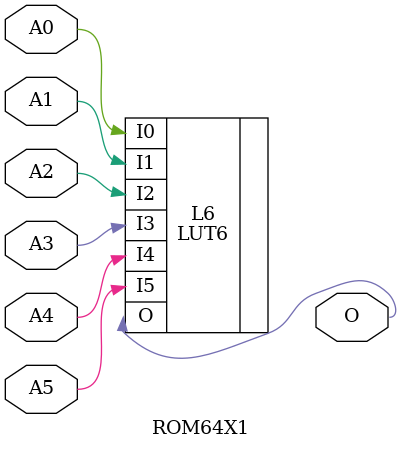
<source format=v>

`timescale  1 ps / 1 ps


module ROM64X1 (O, A0, A1, A2, A3, A4, A5);

    parameter [63:0] INIT = 64'h0000000000000000;

    output O;

    input  A0, A1, A2, A3, A4, A5;

    LUT6 #(.INIT(INIT)) L6 (.O(O), .I0(A0), .I1(A1), .I2(A2), .I3(A3), .I4(A4), .I5(A5));


endmodule


</source>
